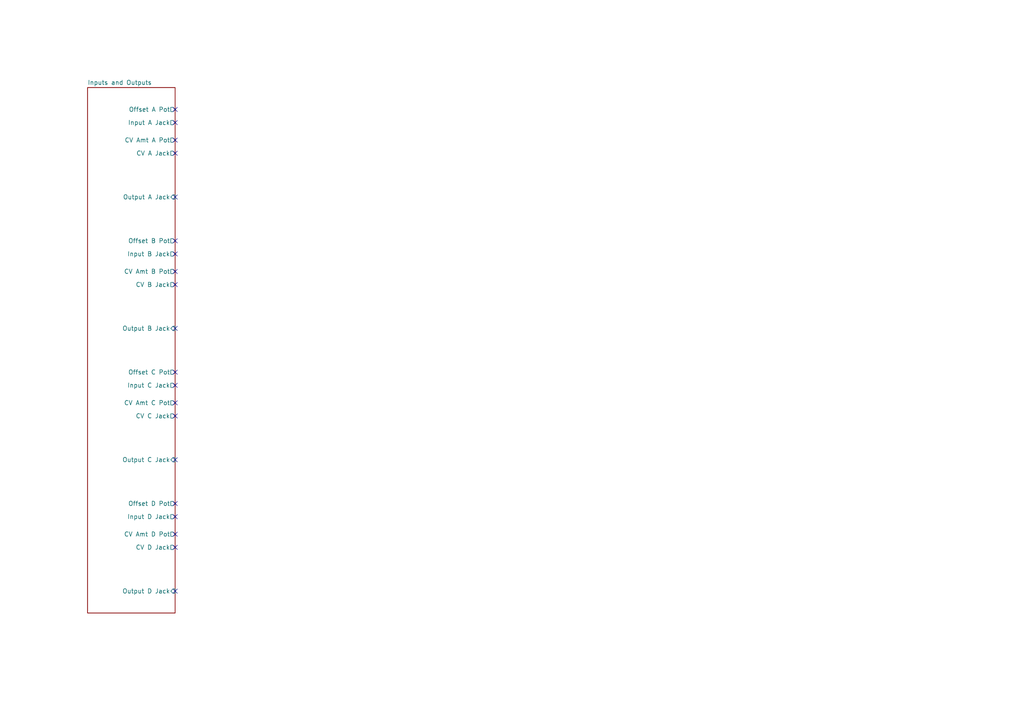
<source format=kicad_sch>
(kicad_sch
	(version 20250114)
	(generator "eeschema")
	(generator_version "9.0")
	(uuid "58f4306d-5387-4983-bb08-41a2313fd315")
	(paper "A4")
	(title_block
		(rev "1")
		(company "DMH Instruments")
		(comment 1 "PCB for 5 cm Kosmo format synthesizer module")
	)
	(lib_symbols)
	(no_connect
		(at 50.8 149.86)
		(uuid "03722d87-2d0e-48ab-909d-21dde4ee646e")
	)
	(no_connect
		(at 50.8 31.75)
		(uuid "0706bb69-beb1-4758-930d-7bf30be99be0")
	)
	(no_connect
		(at 50.8 73.66)
		(uuid "3ab8dfab-2c29-41c2-9378-741deda2632a")
	)
	(no_connect
		(at 50.8 57.15)
		(uuid "435f5cda-ff9c-4098-982e-ef5428ff214a")
	)
	(no_connect
		(at 50.8 78.74)
		(uuid "468c6b7a-b0dd-4f55-a3ff-b36710d30727")
	)
	(no_connect
		(at 50.8 82.55)
		(uuid "59973f46-dee8-4ebb-a2a5-8e95cac19f00")
	)
	(no_connect
		(at 50.8 69.85)
		(uuid "5ac5a71f-38bd-4270-bc5a-4c4ff3dbdba7")
	)
	(no_connect
		(at 50.8 146.05)
		(uuid "8941b3a5-48ee-43d5-b8e2-d3bd60b41865")
	)
	(no_connect
		(at 50.8 158.75)
		(uuid "909651a9-ded3-4f25-9052-95794dd0e4f6")
	)
	(no_connect
		(at 50.8 35.56)
		(uuid "a989f06d-f024-4663-ad10-a1a3e489d926")
	)
	(no_connect
		(at 50.8 95.25)
		(uuid "b44d34f0-6d59-49a0-be53-b55ee111469d")
	)
	(no_connect
		(at 50.8 154.94)
		(uuid "c033a156-f746-4558-80e9-25c81db0180d")
	)
	(no_connect
		(at 50.8 107.95)
		(uuid "d0f9b776-65c0-4785-938c-75799176d57c")
	)
	(no_connect
		(at 50.8 40.64)
		(uuid "d15c807a-cee9-4acb-a4bd-0b4cbb8bc86a")
	)
	(no_connect
		(at 50.8 171.45)
		(uuid "d4a1274b-cda6-49ae-9f24-daa689ff3515")
	)
	(no_connect
		(at 50.8 44.45)
		(uuid "e18588a5-c0a4-4cb0-b9ae-463c6e7352d5")
	)
	(no_connect
		(at 50.8 120.65)
		(uuid "e46cd3d2-8c6e-44bd-8cd2-f967db7a44ee")
	)
	(no_connect
		(at 50.8 116.84)
		(uuid "e6c03974-2579-453d-97be-e4e148176528")
	)
	(no_connect
		(at 50.8 133.35)
		(uuid "f07ec22d-f320-4fb3-97e5-06424b2912f0")
	)
	(no_connect
		(at 50.8 111.76)
		(uuid "fa6d529a-b734-49e6-821b-599c4ccef41b")
	)
	(sheet
		(at 25.4 25.4)
		(size 25.4 152.4)
		(exclude_from_sim no)
		(in_bom yes)
		(on_board yes)
		(dnp no)
		(fields_autoplaced yes)
		(stroke
			(width 0.1524)
			(type solid)
		)
		(fill
			(color 0 0 0 0.0000)
		)
		(uuid "7b52706a-7501-4bd9-bd96-319206c66019")
		(property "Sheetname" "Inputs and Outputs"
			(at 25.4 24.6884 0)
			(effects
				(font
					(size 1.27 1.27)
				)
				(justify left bottom)
			)
		)
		(property "Sheetfile" "Inputs_and_Outputs.kicad_sch"
			(at 25.4 178.3846 0)
			(effects
				(font
					(size 1.27 1.27)
				)
				(justify left top)
				(hide yes)
			)
		)
		(pin "Output B Jack" input
			(at 50.8 95.25 0)
			(uuid "cc2283a0-0605-41af-8a03-f99dc48d353f")
			(effects
				(font
					(size 1.27 1.27)
				)
				(justify right)
			)
		)
		(pin "Offset B Pot" output
			(at 50.8 69.85 0)
			(uuid "5b157767-c7cb-4bf6-8163-08f3469f3983")
			(effects
				(font
					(size 1.27 1.27)
				)
				(justify right)
			)
		)
		(pin "Input B Jack" output
			(at 50.8 73.66 0)
			(uuid "1947b080-3a6a-442f-8735-5f1145fd33a6")
			(effects
				(font
					(size 1.27 1.27)
				)
				(justify right)
			)
		)
		(pin "Output C Jack" input
			(at 50.8 133.35 0)
			(uuid "ce99db6b-0def-434a-a17a-6c2177d77603")
			(effects
				(font
					(size 1.27 1.27)
				)
				(justify right)
			)
		)
		(pin "Input C Jack" output
			(at 50.8 111.76 0)
			(uuid "c9fbe629-9720-454f-af1f-ba3b2d8d9edf")
			(effects
				(font
					(size 1.27 1.27)
				)
				(justify right)
			)
		)
		(pin "Offset C Pot" output
			(at 50.8 107.95 0)
			(uuid "9063b3f0-f376-4a8c-84e2-abe427a0e8ef")
			(effects
				(font
					(size 1.27 1.27)
				)
				(justify right)
			)
		)
		(pin "Input A Jack" output
			(at 50.8 35.56 0)
			(uuid "1a92374c-ec9f-4c93-bcbf-ad2f05e5adcb")
			(effects
				(font
					(size 1.27 1.27)
				)
				(justify right)
			)
		)
		(pin "Offset A Pot" output
			(at 50.8 31.75 0)
			(uuid "82eb0cf8-2906-4ef9-b9e3-4427694d4196")
			(effects
				(font
					(size 1.27 1.27)
				)
				(justify right)
			)
		)
		(pin "Output A Jack" input
			(at 50.8 57.15 0)
			(uuid "d9a201db-020d-4049-8803-3f98e210d6fe")
			(effects
				(font
					(size 1.27 1.27)
				)
				(justify right)
			)
		)
		(pin "CV C Jack" output
			(at 50.8 120.65 0)
			(uuid "5a2e3508-2287-47c2-94f4-39f69896f59f")
			(effects
				(font
					(size 1.27 1.27)
				)
				(justify right)
			)
		)
		(pin "CV B Jack" output
			(at 50.8 82.55 0)
			(uuid "5fb200ae-fb48-47b1-9756-f7f8aaf6c4bf")
			(effects
				(font
					(size 1.27 1.27)
				)
				(justify right)
			)
		)
		(pin "CV A Jack" output
			(at 50.8 44.45 0)
			(uuid "146497ba-7b39-4d6a-86f1-311c7afceaf6")
			(effects
				(font
					(size 1.27 1.27)
				)
				(justify right)
			)
		)
		(pin "CV Amt A Pot" output
			(at 50.8 40.64 0)
			(uuid "7c5f8a38-784c-42c2-942d-5ed946edf94b")
			(effects
				(font
					(size 1.27 1.27)
				)
				(justify right)
			)
		)
		(pin "CV Amt B Pot" output
			(at 50.8 78.74 0)
			(uuid "2d448b43-0d8a-4737-ac35-85036a00f398")
			(effects
				(font
					(size 1.27 1.27)
				)
				(justify right)
			)
		)
		(pin "CV Amt C Pot" output
			(at 50.8 116.84 0)
			(uuid "f328eea3-f3ad-4474-b8db-d0594a06182a")
			(effects
				(font
					(size 1.27 1.27)
				)
				(justify right)
			)
		)
		(pin "CV Amt D Pot" output
			(at 50.8 154.94 0)
			(uuid "f069098f-b519-4fce-b2c6-f18b82d16f32")
			(effects
				(font
					(size 1.27 1.27)
				)
				(justify right)
			)
		)
		(pin "CV D Jack" output
			(at 50.8 158.75 0)
			(uuid "58aad730-40bb-40ff-aed3-8b466a15f6f8")
			(effects
				(font
					(size 1.27 1.27)
				)
				(justify right)
			)
		)
		(pin "Input D Jack" output
			(at 50.8 149.86 0)
			(uuid "0d396f48-fa92-4342-a88f-6fb1d01d46f8")
			(effects
				(font
					(size 1.27 1.27)
				)
				(justify right)
			)
		)
		(pin "Offset D Pot" output
			(at 50.8 146.05 0)
			(uuid "81ec99ff-0a3c-4c86-975a-84dd0add8977")
			(effects
				(font
					(size 1.27 1.27)
				)
				(justify right)
			)
		)
		(pin "Output D Jack" input
			(at 50.8 171.45 0)
			(uuid "ebf4b767-9ef3-45d9-8c76-edcebd462ed6")
			(effects
				(font
					(size 1.27 1.27)
				)
				(justify right)
			)
		)
		(instances
			(project "DMH_VCA_Bank_PCB_2"
				(path "/58f4306d-5387-4983-bb08-41a2313fd315"
					(page "2")
				)
			)
		)
	)
	(sheet_instances
		(path "/"
			(page "1")
		)
	)
	(embedded_fonts no)
)

</source>
